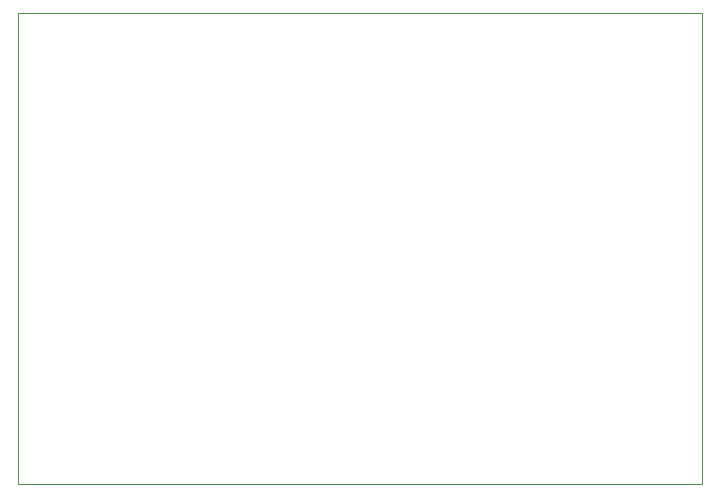
<source format=gbr>
%TF.GenerationSoftware,KiCad,Pcbnew,(5.1.10)-1*%
%TF.CreationDate,2022-04-18T16:41:03+02:00*%
%TF.ProjectId,ULN2803-Mosfet-S2-Mini,554c4e32-3830-4332-9d4d-6f736665742d,rev?*%
%TF.SameCoordinates,Original*%
%TF.FileFunction,Profile,NP*%
%FSLAX46Y46*%
G04 Gerber Fmt 4.6, Leading zero omitted, Abs format (unit mm)*
G04 Created by KiCad (PCBNEW (5.1.10)-1) date 2022-04-18 16:41:03*
%MOMM*%
%LPD*%
G01*
G04 APERTURE LIST*
%TA.AperFunction,Profile*%
%ADD10C,0.100000*%
%TD*%
G04 APERTURE END LIST*
D10*
X75692000Y-71882000D02*
X17780000Y-71882000D01*
X17780000Y-111760000D02*
X17780000Y-71882000D01*
X75692000Y-111760000D02*
X17780000Y-111760000D01*
X75692000Y-71882000D02*
X75692000Y-111760000D01*
M02*

</source>
